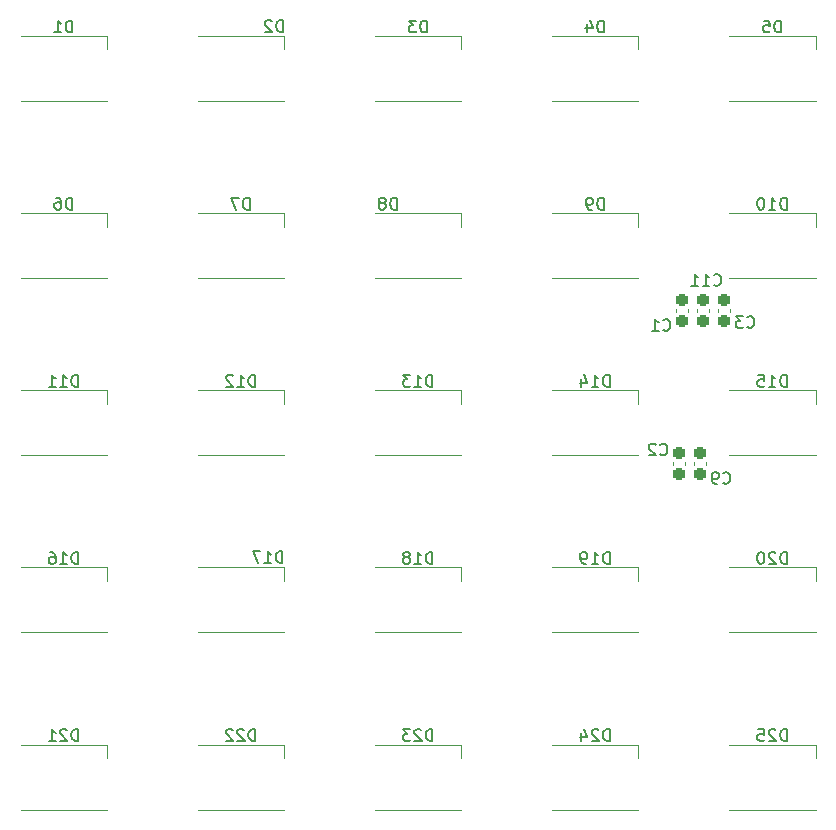
<source format=gbo>
G04 #@! TF.GenerationSoftware,KiCad,Pcbnew,(6.0.5)*
G04 #@! TF.CreationDate,2023-03-01T16:26:38-05:00*
G04 #@! TF.ProjectId,control_board,636f6e74-726f-46c5-9f62-6f6172642e6b,rev?*
G04 #@! TF.SameCoordinates,Original*
G04 #@! TF.FileFunction,Legend,Bot*
G04 #@! TF.FilePolarity,Positive*
%FSLAX46Y46*%
G04 Gerber Fmt 4.6, Leading zero omitted, Abs format (unit mm)*
G04 Created by KiCad (PCBNEW (6.0.5)) date 2023-03-01 16:26:38*
%MOMM*%
%LPD*%
G01*
G04 APERTURE LIST*
G04 Aperture macros list*
%AMRoundRect*
0 Rectangle with rounded corners*
0 $1 Rounding radius*
0 $2 $3 $4 $5 $6 $7 $8 $9 X,Y pos of 4 corners*
0 Add a 4 corners polygon primitive as box body*
4,1,4,$2,$3,$4,$5,$6,$7,$8,$9,$2,$3,0*
0 Add four circle primitives for the rounded corners*
1,1,$1+$1,$2,$3*
1,1,$1+$1,$4,$5*
1,1,$1+$1,$6,$7*
1,1,$1+$1,$8,$9*
0 Add four rect primitives between the rounded corners*
20,1,$1+$1,$2,$3,$4,$5,0*
20,1,$1+$1,$4,$5,$6,$7,0*
20,1,$1+$1,$6,$7,$8,$9,0*
20,1,$1+$1,$8,$9,$2,$3,0*%
G04 Aperture macros list end*
%ADD10C,0.150000*%
%ADD11C,0.120000*%
%ADD12C,2.100000*%
%ADD13R,1.700000X1.700000*%
%ADD14O,1.700000X1.700000*%
%ADD15C,0.500000*%
%ADD16O,0.900000X1.800000*%
%ADD17C,3.450000*%
%ADD18R,2.000000X2.000000*%
%ADD19C,2.000000*%
%ADD20C,1.500000*%
%ADD21R,1.500000X1.000000*%
%ADD22RoundRect,0.237500X0.237500X-0.300000X0.237500X0.300000X-0.237500X0.300000X-0.237500X-0.300000X0*%
%ADD23RoundRect,0.237500X-0.237500X0.300000X-0.237500X-0.300000X0.237500X-0.300000X0.237500X0.300000X0*%
G04 APERTURE END LIST*
D10*
X155914285Y-115852380D02*
X155914285Y-114852380D01*
X155676190Y-114852380D01*
X155533333Y-114900000D01*
X155438095Y-114995238D01*
X155390476Y-115090476D01*
X155342857Y-115280952D01*
X155342857Y-115423809D01*
X155390476Y-115614285D01*
X155438095Y-115709523D01*
X155533333Y-115804761D01*
X155676190Y-115852380D01*
X155914285Y-115852380D01*
X154961904Y-114947619D02*
X154914285Y-114900000D01*
X154819047Y-114852380D01*
X154580952Y-114852380D01*
X154485714Y-114900000D01*
X154438095Y-114947619D01*
X154390476Y-115042857D01*
X154390476Y-115138095D01*
X154438095Y-115280952D01*
X155009523Y-115852380D01*
X154390476Y-115852380D01*
X153533333Y-115185714D02*
X153533333Y-115852380D01*
X153771428Y-114804761D02*
X154009523Y-115519047D01*
X153390476Y-115519047D01*
X170914285Y-115852380D02*
X170914285Y-114852380D01*
X170676190Y-114852380D01*
X170533333Y-114900000D01*
X170438095Y-114995238D01*
X170390476Y-115090476D01*
X170342857Y-115280952D01*
X170342857Y-115423809D01*
X170390476Y-115614285D01*
X170438095Y-115709523D01*
X170533333Y-115804761D01*
X170676190Y-115852380D01*
X170914285Y-115852380D01*
X169961904Y-114947619D02*
X169914285Y-114900000D01*
X169819047Y-114852380D01*
X169580952Y-114852380D01*
X169485714Y-114900000D01*
X169438095Y-114947619D01*
X169390476Y-115042857D01*
X169390476Y-115138095D01*
X169438095Y-115280952D01*
X170009523Y-115852380D01*
X169390476Y-115852380D01*
X168485714Y-114852380D02*
X168961904Y-114852380D01*
X169009523Y-115328571D01*
X168961904Y-115280952D01*
X168866666Y-115233333D01*
X168628571Y-115233333D01*
X168533333Y-115280952D01*
X168485714Y-115328571D01*
X168438095Y-115423809D01*
X168438095Y-115661904D01*
X168485714Y-115757142D01*
X168533333Y-115804761D01*
X168628571Y-115852380D01*
X168866666Y-115852380D01*
X168961904Y-115804761D01*
X169009523Y-115757142D01*
X160448666Y-81028642D02*
X160496285Y-81076261D01*
X160639142Y-81123880D01*
X160734380Y-81123880D01*
X160877238Y-81076261D01*
X160972476Y-80981023D01*
X161020095Y-80885785D01*
X161067714Y-80695309D01*
X161067714Y-80552452D01*
X161020095Y-80361976D01*
X160972476Y-80266738D01*
X160877238Y-80171500D01*
X160734380Y-80123880D01*
X160639142Y-80123880D01*
X160496285Y-80171500D01*
X160448666Y-80219119D01*
X159496285Y-81123880D02*
X160067714Y-81123880D01*
X159782000Y-81123880D02*
X159782000Y-80123880D01*
X159877238Y-80266738D01*
X159972476Y-80361976D01*
X160067714Y-80409595D01*
X140438095Y-55852380D02*
X140438095Y-54852380D01*
X140200000Y-54852380D01*
X140057142Y-54900000D01*
X139961904Y-54995238D01*
X139914285Y-55090476D01*
X139866666Y-55280952D01*
X139866666Y-55423809D01*
X139914285Y-55614285D01*
X139961904Y-55709523D01*
X140057142Y-55804761D01*
X140200000Y-55852380D01*
X140438095Y-55852380D01*
X139533333Y-54852380D02*
X138914285Y-54852380D01*
X139247619Y-55233333D01*
X139104761Y-55233333D01*
X139009523Y-55280952D01*
X138961904Y-55328571D01*
X138914285Y-55423809D01*
X138914285Y-55661904D01*
X138961904Y-55757142D01*
X139009523Y-55804761D01*
X139104761Y-55852380D01*
X139390476Y-55852380D01*
X139485714Y-55804761D01*
X139533333Y-55757142D01*
X110438095Y-55852380D02*
X110438095Y-54852380D01*
X110200000Y-54852380D01*
X110057142Y-54900000D01*
X109961904Y-54995238D01*
X109914285Y-55090476D01*
X109866666Y-55280952D01*
X109866666Y-55423809D01*
X109914285Y-55614285D01*
X109961904Y-55709523D01*
X110057142Y-55804761D01*
X110200000Y-55852380D01*
X110438095Y-55852380D01*
X108914285Y-55852380D02*
X109485714Y-55852380D01*
X109200000Y-55852380D02*
X109200000Y-54852380D01*
X109295238Y-54995238D01*
X109390476Y-55090476D01*
X109485714Y-55138095D01*
X167560666Y-80774642D02*
X167608285Y-80822261D01*
X167751142Y-80869880D01*
X167846380Y-80869880D01*
X167989238Y-80822261D01*
X168084476Y-80727023D01*
X168132095Y-80631785D01*
X168179714Y-80441309D01*
X168179714Y-80298452D01*
X168132095Y-80107976D01*
X168084476Y-80012738D01*
X167989238Y-79917500D01*
X167846380Y-79869880D01*
X167751142Y-79869880D01*
X167608285Y-79917500D01*
X167560666Y-79965119D01*
X167227333Y-79869880D02*
X166608285Y-79869880D01*
X166941619Y-80250833D01*
X166798761Y-80250833D01*
X166703523Y-80298452D01*
X166655904Y-80346071D01*
X166608285Y-80441309D01*
X166608285Y-80679404D01*
X166655904Y-80774642D01*
X166703523Y-80822261D01*
X166798761Y-80869880D01*
X167084476Y-80869880D01*
X167179714Y-80822261D01*
X167227333Y-80774642D01*
X155914285Y-85852380D02*
X155914285Y-84852380D01*
X155676190Y-84852380D01*
X155533333Y-84900000D01*
X155438095Y-84995238D01*
X155390476Y-85090476D01*
X155342857Y-85280952D01*
X155342857Y-85423809D01*
X155390476Y-85614285D01*
X155438095Y-85709523D01*
X155533333Y-85804761D01*
X155676190Y-85852380D01*
X155914285Y-85852380D01*
X154390476Y-85852380D02*
X154961904Y-85852380D01*
X154676190Y-85852380D02*
X154676190Y-84852380D01*
X154771428Y-84995238D01*
X154866666Y-85090476D01*
X154961904Y-85138095D01*
X153533333Y-85185714D02*
X153533333Y-85852380D01*
X153771428Y-84804761D02*
X154009523Y-85519047D01*
X153390476Y-85519047D01*
X140914285Y-85852380D02*
X140914285Y-84852380D01*
X140676190Y-84852380D01*
X140533333Y-84900000D01*
X140438095Y-84995238D01*
X140390476Y-85090476D01*
X140342857Y-85280952D01*
X140342857Y-85423809D01*
X140390476Y-85614285D01*
X140438095Y-85709523D01*
X140533333Y-85804761D01*
X140676190Y-85852380D01*
X140914285Y-85852380D01*
X139390476Y-85852380D02*
X139961904Y-85852380D01*
X139676190Y-85852380D02*
X139676190Y-84852380D01*
X139771428Y-84995238D01*
X139866666Y-85090476D01*
X139961904Y-85138095D01*
X139057142Y-84852380D02*
X138438095Y-84852380D01*
X138771428Y-85233333D01*
X138628571Y-85233333D01*
X138533333Y-85280952D01*
X138485714Y-85328571D01*
X138438095Y-85423809D01*
X138438095Y-85661904D01*
X138485714Y-85757142D01*
X138533333Y-85804761D01*
X138628571Y-85852380D01*
X138914285Y-85852380D01*
X139009523Y-85804761D01*
X139057142Y-85757142D01*
X165520666Y-93984642D02*
X165568285Y-94032261D01*
X165711142Y-94079880D01*
X165806380Y-94079880D01*
X165949238Y-94032261D01*
X166044476Y-93937023D01*
X166092095Y-93841785D01*
X166139714Y-93651309D01*
X166139714Y-93508452D01*
X166092095Y-93317976D01*
X166044476Y-93222738D01*
X165949238Y-93127500D01*
X165806380Y-93079880D01*
X165711142Y-93079880D01*
X165568285Y-93127500D01*
X165520666Y-93175119D01*
X165044476Y-94079880D02*
X164854000Y-94079880D01*
X164758761Y-94032261D01*
X164711142Y-93984642D01*
X164615904Y-93841785D01*
X164568285Y-93651309D01*
X164568285Y-93270357D01*
X164615904Y-93175119D01*
X164663523Y-93127500D01*
X164758761Y-93079880D01*
X164949238Y-93079880D01*
X165044476Y-93127500D01*
X165092095Y-93175119D01*
X165139714Y-93270357D01*
X165139714Y-93508452D01*
X165092095Y-93603690D01*
X165044476Y-93651309D01*
X164949238Y-93698928D01*
X164758761Y-93698928D01*
X164663523Y-93651309D01*
X164615904Y-93603690D01*
X164568285Y-93508452D01*
X125438095Y-70852380D02*
X125438095Y-69852380D01*
X125200000Y-69852380D01*
X125057142Y-69900000D01*
X124961904Y-69995238D01*
X124914285Y-70090476D01*
X124866666Y-70280952D01*
X124866666Y-70423809D01*
X124914285Y-70614285D01*
X124961904Y-70709523D01*
X125057142Y-70804761D01*
X125200000Y-70852380D01*
X125438095Y-70852380D01*
X124533333Y-69852380D02*
X123866666Y-69852380D01*
X124295238Y-70852380D01*
X155438095Y-70852380D02*
X155438095Y-69852380D01*
X155200000Y-69852380D01*
X155057142Y-69900000D01*
X154961904Y-69995238D01*
X154914285Y-70090476D01*
X154866666Y-70280952D01*
X154866666Y-70423809D01*
X154914285Y-70614285D01*
X154961904Y-70709523D01*
X155057142Y-70804761D01*
X155200000Y-70852380D01*
X155438095Y-70852380D01*
X154390476Y-70852380D02*
X154200000Y-70852380D01*
X154104761Y-70804761D01*
X154057142Y-70757142D01*
X153961904Y-70614285D01*
X153914285Y-70423809D01*
X153914285Y-70042857D01*
X153961904Y-69947619D01*
X154009523Y-69900000D01*
X154104761Y-69852380D01*
X154295238Y-69852380D01*
X154390476Y-69900000D01*
X154438095Y-69947619D01*
X154485714Y-70042857D01*
X154485714Y-70280952D01*
X154438095Y-70376190D01*
X154390476Y-70423809D01*
X154295238Y-70471428D01*
X154104761Y-70471428D01*
X154009523Y-70423809D01*
X153961904Y-70376190D01*
X153914285Y-70280952D01*
X170914285Y-85852380D02*
X170914285Y-84852380D01*
X170676190Y-84852380D01*
X170533333Y-84900000D01*
X170438095Y-84995238D01*
X170390476Y-85090476D01*
X170342857Y-85280952D01*
X170342857Y-85423809D01*
X170390476Y-85614285D01*
X170438095Y-85709523D01*
X170533333Y-85804761D01*
X170676190Y-85852380D01*
X170914285Y-85852380D01*
X169390476Y-85852380D02*
X169961904Y-85852380D01*
X169676190Y-85852380D02*
X169676190Y-84852380D01*
X169771428Y-84995238D01*
X169866666Y-85090476D01*
X169961904Y-85138095D01*
X168485714Y-84852380D02*
X168961904Y-84852380D01*
X169009523Y-85328571D01*
X168961904Y-85280952D01*
X168866666Y-85233333D01*
X168628571Y-85233333D01*
X168533333Y-85280952D01*
X168485714Y-85328571D01*
X168438095Y-85423809D01*
X168438095Y-85661904D01*
X168485714Y-85757142D01*
X168533333Y-85804761D01*
X168628571Y-85852380D01*
X168866666Y-85852380D01*
X168961904Y-85804761D01*
X169009523Y-85757142D01*
X110914285Y-100852380D02*
X110914285Y-99852380D01*
X110676190Y-99852380D01*
X110533333Y-99900000D01*
X110438095Y-99995238D01*
X110390476Y-100090476D01*
X110342857Y-100280952D01*
X110342857Y-100423809D01*
X110390476Y-100614285D01*
X110438095Y-100709523D01*
X110533333Y-100804761D01*
X110676190Y-100852380D01*
X110914285Y-100852380D01*
X109390476Y-100852380D02*
X109961904Y-100852380D01*
X109676190Y-100852380D02*
X109676190Y-99852380D01*
X109771428Y-99995238D01*
X109866666Y-100090476D01*
X109961904Y-100138095D01*
X108533333Y-99852380D02*
X108723809Y-99852380D01*
X108819047Y-99900000D01*
X108866666Y-99947619D01*
X108961904Y-100090476D01*
X109009523Y-100280952D01*
X109009523Y-100661904D01*
X108961904Y-100757142D01*
X108914285Y-100804761D01*
X108819047Y-100852380D01*
X108628571Y-100852380D01*
X108533333Y-100804761D01*
X108485714Y-100757142D01*
X108438095Y-100661904D01*
X108438095Y-100423809D01*
X108485714Y-100328571D01*
X108533333Y-100280952D01*
X108628571Y-100233333D01*
X108819047Y-100233333D01*
X108914285Y-100280952D01*
X108961904Y-100328571D01*
X109009523Y-100423809D01*
X140914285Y-115852380D02*
X140914285Y-114852380D01*
X140676190Y-114852380D01*
X140533333Y-114900000D01*
X140438095Y-114995238D01*
X140390476Y-115090476D01*
X140342857Y-115280952D01*
X140342857Y-115423809D01*
X140390476Y-115614285D01*
X140438095Y-115709523D01*
X140533333Y-115804761D01*
X140676190Y-115852380D01*
X140914285Y-115852380D01*
X139961904Y-114947619D02*
X139914285Y-114900000D01*
X139819047Y-114852380D01*
X139580952Y-114852380D01*
X139485714Y-114900000D01*
X139438095Y-114947619D01*
X139390476Y-115042857D01*
X139390476Y-115138095D01*
X139438095Y-115280952D01*
X140009523Y-115852380D01*
X139390476Y-115852380D01*
X139057142Y-114852380D02*
X138438095Y-114852380D01*
X138771428Y-115233333D01*
X138628571Y-115233333D01*
X138533333Y-115280952D01*
X138485714Y-115328571D01*
X138438095Y-115423809D01*
X138438095Y-115661904D01*
X138485714Y-115757142D01*
X138533333Y-115804761D01*
X138628571Y-115852380D01*
X138914285Y-115852380D01*
X139009523Y-115804761D01*
X139057142Y-115757142D01*
X155438095Y-55852380D02*
X155438095Y-54852380D01*
X155200000Y-54852380D01*
X155057142Y-54900000D01*
X154961904Y-54995238D01*
X154914285Y-55090476D01*
X154866666Y-55280952D01*
X154866666Y-55423809D01*
X154914285Y-55614285D01*
X154961904Y-55709523D01*
X155057142Y-55804761D01*
X155200000Y-55852380D01*
X155438095Y-55852380D01*
X154009523Y-55185714D02*
X154009523Y-55852380D01*
X154247619Y-54804761D02*
X154485714Y-55519047D01*
X153866666Y-55519047D01*
X170438095Y-55852380D02*
X170438095Y-54852380D01*
X170200000Y-54852380D01*
X170057142Y-54900000D01*
X169961904Y-54995238D01*
X169914285Y-55090476D01*
X169866666Y-55280952D01*
X169866666Y-55423809D01*
X169914285Y-55614285D01*
X169961904Y-55709523D01*
X170057142Y-55804761D01*
X170200000Y-55852380D01*
X170438095Y-55852380D01*
X168961904Y-54852380D02*
X169438095Y-54852380D01*
X169485714Y-55328571D01*
X169438095Y-55280952D01*
X169342857Y-55233333D01*
X169104761Y-55233333D01*
X169009523Y-55280952D01*
X168961904Y-55328571D01*
X168914285Y-55423809D01*
X168914285Y-55661904D01*
X168961904Y-55757142D01*
X169009523Y-55804761D01*
X169104761Y-55852380D01*
X169342857Y-55852380D01*
X169438095Y-55804761D01*
X169485714Y-55757142D01*
X140914285Y-100852380D02*
X140914285Y-99852380D01*
X140676190Y-99852380D01*
X140533333Y-99900000D01*
X140438095Y-99995238D01*
X140390476Y-100090476D01*
X140342857Y-100280952D01*
X140342857Y-100423809D01*
X140390476Y-100614285D01*
X140438095Y-100709523D01*
X140533333Y-100804761D01*
X140676190Y-100852380D01*
X140914285Y-100852380D01*
X139390476Y-100852380D02*
X139961904Y-100852380D01*
X139676190Y-100852380D02*
X139676190Y-99852380D01*
X139771428Y-99995238D01*
X139866666Y-100090476D01*
X139961904Y-100138095D01*
X138819047Y-100280952D02*
X138914285Y-100233333D01*
X138961904Y-100185714D01*
X139009523Y-100090476D01*
X139009523Y-100042857D01*
X138961904Y-99947619D01*
X138914285Y-99900000D01*
X138819047Y-99852380D01*
X138628571Y-99852380D01*
X138533333Y-99900000D01*
X138485714Y-99947619D01*
X138438095Y-100042857D01*
X138438095Y-100090476D01*
X138485714Y-100185714D01*
X138533333Y-100233333D01*
X138628571Y-100280952D01*
X138819047Y-100280952D01*
X138914285Y-100328571D01*
X138961904Y-100376190D01*
X139009523Y-100471428D01*
X139009523Y-100661904D01*
X138961904Y-100757142D01*
X138914285Y-100804761D01*
X138819047Y-100852380D01*
X138628571Y-100852380D01*
X138533333Y-100804761D01*
X138485714Y-100757142D01*
X138438095Y-100661904D01*
X138438095Y-100471428D01*
X138485714Y-100376190D01*
X138533333Y-100328571D01*
X138628571Y-100280952D01*
X170914285Y-70852380D02*
X170914285Y-69852380D01*
X170676190Y-69852380D01*
X170533333Y-69900000D01*
X170438095Y-69995238D01*
X170390476Y-70090476D01*
X170342857Y-70280952D01*
X170342857Y-70423809D01*
X170390476Y-70614285D01*
X170438095Y-70709523D01*
X170533333Y-70804761D01*
X170676190Y-70852380D01*
X170914285Y-70852380D01*
X169390476Y-70852380D02*
X169961904Y-70852380D01*
X169676190Y-70852380D02*
X169676190Y-69852380D01*
X169771428Y-69995238D01*
X169866666Y-70090476D01*
X169961904Y-70138095D01*
X168771428Y-69852380D02*
X168676190Y-69852380D01*
X168580952Y-69900000D01*
X168533333Y-69947619D01*
X168485714Y-70042857D01*
X168438095Y-70233333D01*
X168438095Y-70471428D01*
X168485714Y-70661904D01*
X168533333Y-70757142D01*
X168580952Y-70804761D01*
X168676190Y-70852380D01*
X168771428Y-70852380D01*
X168866666Y-70804761D01*
X168914285Y-70757142D01*
X168961904Y-70661904D01*
X169009523Y-70471428D01*
X169009523Y-70233333D01*
X168961904Y-70042857D01*
X168914285Y-69947619D01*
X168866666Y-69900000D01*
X168771428Y-69852380D01*
X170914285Y-100852380D02*
X170914285Y-99852380D01*
X170676190Y-99852380D01*
X170533333Y-99900000D01*
X170438095Y-99995238D01*
X170390476Y-100090476D01*
X170342857Y-100280952D01*
X170342857Y-100423809D01*
X170390476Y-100614285D01*
X170438095Y-100709523D01*
X170533333Y-100804761D01*
X170676190Y-100852380D01*
X170914285Y-100852380D01*
X169961904Y-99947619D02*
X169914285Y-99900000D01*
X169819047Y-99852380D01*
X169580952Y-99852380D01*
X169485714Y-99900000D01*
X169438095Y-99947619D01*
X169390476Y-100042857D01*
X169390476Y-100138095D01*
X169438095Y-100280952D01*
X170009523Y-100852380D01*
X169390476Y-100852380D01*
X168771428Y-99852380D02*
X168676190Y-99852380D01*
X168580952Y-99900000D01*
X168533333Y-99947619D01*
X168485714Y-100042857D01*
X168438095Y-100233333D01*
X168438095Y-100471428D01*
X168485714Y-100661904D01*
X168533333Y-100757142D01*
X168580952Y-100804761D01*
X168676190Y-100852380D01*
X168771428Y-100852380D01*
X168866666Y-100804761D01*
X168914285Y-100757142D01*
X168961904Y-100661904D01*
X169009523Y-100471428D01*
X169009523Y-100233333D01*
X168961904Y-100042857D01*
X168914285Y-99947619D01*
X168866666Y-99900000D01*
X168771428Y-99852380D01*
X137898095Y-70852380D02*
X137898095Y-69852380D01*
X137660000Y-69852380D01*
X137517142Y-69900000D01*
X137421904Y-69995238D01*
X137374285Y-70090476D01*
X137326666Y-70280952D01*
X137326666Y-70423809D01*
X137374285Y-70614285D01*
X137421904Y-70709523D01*
X137517142Y-70804761D01*
X137660000Y-70852380D01*
X137898095Y-70852380D01*
X136755238Y-70280952D02*
X136850476Y-70233333D01*
X136898095Y-70185714D01*
X136945714Y-70090476D01*
X136945714Y-70042857D01*
X136898095Y-69947619D01*
X136850476Y-69900000D01*
X136755238Y-69852380D01*
X136564761Y-69852380D01*
X136469523Y-69900000D01*
X136421904Y-69947619D01*
X136374285Y-70042857D01*
X136374285Y-70090476D01*
X136421904Y-70185714D01*
X136469523Y-70233333D01*
X136564761Y-70280952D01*
X136755238Y-70280952D01*
X136850476Y-70328571D01*
X136898095Y-70376190D01*
X136945714Y-70471428D01*
X136945714Y-70661904D01*
X136898095Y-70757142D01*
X136850476Y-70804761D01*
X136755238Y-70852380D01*
X136564761Y-70852380D01*
X136469523Y-70804761D01*
X136421904Y-70757142D01*
X136374285Y-70661904D01*
X136374285Y-70471428D01*
X136421904Y-70376190D01*
X136469523Y-70328571D01*
X136564761Y-70280952D01*
X128214285Y-100782380D02*
X128214285Y-99782380D01*
X127976190Y-99782380D01*
X127833333Y-99830000D01*
X127738095Y-99925238D01*
X127690476Y-100020476D01*
X127642857Y-100210952D01*
X127642857Y-100353809D01*
X127690476Y-100544285D01*
X127738095Y-100639523D01*
X127833333Y-100734761D01*
X127976190Y-100782380D01*
X128214285Y-100782380D01*
X126690476Y-100782380D02*
X127261904Y-100782380D01*
X126976190Y-100782380D02*
X126976190Y-99782380D01*
X127071428Y-99925238D01*
X127166666Y-100020476D01*
X127261904Y-100068095D01*
X126357142Y-99782380D02*
X125690476Y-99782380D01*
X126119047Y-100782380D01*
X128246095Y-55824380D02*
X128246095Y-54824380D01*
X128008000Y-54824380D01*
X127865142Y-54872000D01*
X127769904Y-54967238D01*
X127722285Y-55062476D01*
X127674666Y-55252952D01*
X127674666Y-55395809D01*
X127722285Y-55586285D01*
X127769904Y-55681523D01*
X127865142Y-55776761D01*
X128008000Y-55824380D01*
X128246095Y-55824380D01*
X127293714Y-54919619D02*
X127246095Y-54872000D01*
X127150857Y-54824380D01*
X126912761Y-54824380D01*
X126817523Y-54872000D01*
X126769904Y-54919619D01*
X126722285Y-55014857D01*
X126722285Y-55110095D01*
X126769904Y-55252952D01*
X127341333Y-55824380D01*
X126722285Y-55824380D01*
X160186666Y-91570642D02*
X160234285Y-91618261D01*
X160377142Y-91665880D01*
X160472380Y-91665880D01*
X160615238Y-91618261D01*
X160710476Y-91523023D01*
X160758095Y-91427785D01*
X160805714Y-91237309D01*
X160805714Y-91094452D01*
X160758095Y-90903976D01*
X160710476Y-90808738D01*
X160615238Y-90713500D01*
X160472380Y-90665880D01*
X160377142Y-90665880D01*
X160234285Y-90713500D01*
X160186666Y-90761119D01*
X159805714Y-90761119D02*
X159758095Y-90713500D01*
X159662857Y-90665880D01*
X159424761Y-90665880D01*
X159329523Y-90713500D01*
X159281904Y-90761119D01*
X159234285Y-90856357D01*
X159234285Y-90951595D01*
X159281904Y-91094452D01*
X159853333Y-91665880D01*
X159234285Y-91665880D01*
X110914285Y-115852380D02*
X110914285Y-114852380D01*
X110676190Y-114852380D01*
X110533333Y-114900000D01*
X110438095Y-114995238D01*
X110390476Y-115090476D01*
X110342857Y-115280952D01*
X110342857Y-115423809D01*
X110390476Y-115614285D01*
X110438095Y-115709523D01*
X110533333Y-115804761D01*
X110676190Y-115852380D01*
X110914285Y-115852380D01*
X109961904Y-114947619D02*
X109914285Y-114900000D01*
X109819047Y-114852380D01*
X109580952Y-114852380D01*
X109485714Y-114900000D01*
X109438095Y-114947619D01*
X109390476Y-115042857D01*
X109390476Y-115138095D01*
X109438095Y-115280952D01*
X110009523Y-115852380D01*
X109390476Y-115852380D01*
X108438095Y-115852380D02*
X109009523Y-115852380D01*
X108723809Y-115852380D02*
X108723809Y-114852380D01*
X108819047Y-114995238D01*
X108914285Y-115090476D01*
X109009523Y-115138095D01*
X155914285Y-100852380D02*
X155914285Y-99852380D01*
X155676190Y-99852380D01*
X155533333Y-99900000D01*
X155438095Y-99995238D01*
X155390476Y-100090476D01*
X155342857Y-100280952D01*
X155342857Y-100423809D01*
X155390476Y-100614285D01*
X155438095Y-100709523D01*
X155533333Y-100804761D01*
X155676190Y-100852380D01*
X155914285Y-100852380D01*
X154390476Y-100852380D02*
X154961904Y-100852380D01*
X154676190Y-100852380D02*
X154676190Y-99852380D01*
X154771428Y-99995238D01*
X154866666Y-100090476D01*
X154961904Y-100138095D01*
X153914285Y-100852380D02*
X153723809Y-100852380D01*
X153628571Y-100804761D01*
X153580952Y-100757142D01*
X153485714Y-100614285D01*
X153438095Y-100423809D01*
X153438095Y-100042857D01*
X153485714Y-99947619D01*
X153533333Y-99900000D01*
X153628571Y-99852380D01*
X153819047Y-99852380D01*
X153914285Y-99900000D01*
X153961904Y-99947619D01*
X154009523Y-100042857D01*
X154009523Y-100280952D01*
X153961904Y-100376190D01*
X153914285Y-100423809D01*
X153819047Y-100471428D01*
X153628571Y-100471428D01*
X153533333Y-100423809D01*
X153485714Y-100376190D01*
X153438095Y-100280952D01*
X110914285Y-85852380D02*
X110914285Y-84852380D01*
X110676190Y-84852380D01*
X110533333Y-84900000D01*
X110438095Y-84995238D01*
X110390476Y-85090476D01*
X110342857Y-85280952D01*
X110342857Y-85423809D01*
X110390476Y-85614285D01*
X110438095Y-85709523D01*
X110533333Y-85804761D01*
X110676190Y-85852380D01*
X110914285Y-85852380D01*
X109390476Y-85852380D02*
X109961904Y-85852380D01*
X109676190Y-85852380D02*
X109676190Y-84852380D01*
X109771428Y-84995238D01*
X109866666Y-85090476D01*
X109961904Y-85138095D01*
X108438095Y-85852380D02*
X109009523Y-85852380D01*
X108723809Y-85852380D02*
X108723809Y-84852380D01*
X108819047Y-84995238D01*
X108914285Y-85090476D01*
X109009523Y-85138095D01*
X125914285Y-85852380D02*
X125914285Y-84852380D01*
X125676190Y-84852380D01*
X125533333Y-84900000D01*
X125438095Y-84995238D01*
X125390476Y-85090476D01*
X125342857Y-85280952D01*
X125342857Y-85423809D01*
X125390476Y-85614285D01*
X125438095Y-85709523D01*
X125533333Y-85804761D01*
X125676190Y-85852380D01*
X125914285Y-85852380D01*
X124390476Y-85852380D02*
X124961904Y-85852380D01*
X124676190Y-85852380D02*
X124676190Y-84852380D01*
X124771428Y-84995238D01*
X124866666Y-85090476D01*
X124961904Y-85138095D01*
X124009523Y-84947619D02*
X123961904Y-84900000D01*
X123866666Y-84852380D01*
X123628571Y-84852380D01*
X123533333Y-84900000D01*
X123485714Y-84947619D01*
X123438095Y-85042857D01*
X123438095Y-85138095D01*
X123485714Y-85280952D01*
X124057142Y-85852380D01*
X123438095Y-85852380D01*
X164734857Y-77218642D02*
X164782476Y-77266261D01*
X164925333Y-77313880D01*
X165020571Y-77313880D01*
X165163428Y-77266261D01*
X165258666Y-77171023D01*
X165306285Y-77075785D01*
X165353904Y-76885309D01*
X165353904Y-76742452D01*
X165306285Y-76551976D01*
X165258666Y-76456738D01*
X165163428Y-76361500D01*
X165020571Y-76313880D01*
X164925333Y-76313880D01*
X164782476Y-76361500D01*
X164734857Y-76409119D01*
X163782476Y-77313880D02*
X164353904Y-77313880D01*
X164068190Y-77313880D02*
X164068190Y-76313880D01*
X164163428Y-76456738D01*
X164258666Y-76551976D01*
X164353904Y-76599595D01*
X162830095Y-77313880D02*
X163401523Y-77313880D01*
X163115809Y-77313880D02*
X163115809Y-76313880D01*
X163211047Y-76456738D01*
X163306285Y-76551976D01*
X163401523Y-76599595D01*
X110438095Y-70852380D02*
X110438095Y-69852380D01*
X110200000Y-69852380D01*
X110057142Y-69900000D01*
X109961904Y-69995238D01*
X109914285Y-70090476D01*
X109866666Y-70280952D01*
X109866666Y-70423809D01*
X109914285Y-70614285D01*
X109961904Y-70709523D01*
X110057142Y-70804761D01*
X110200000Y-70852380D01*
X110438095Y-70852380D01*
X109009523Y-69852380D02*
X109200000Y-69852380D01*
X109295238Y-69900000D01*
X109342857Y-69947619D01*
X109438095Y-70090476D01*
X109485714Y-70280952D01*
X109485714Y-70661904D01*
X109438095Y-70757142D01*
X109390476Y-70804761D01*
X109295238Y-70852380D01*
X109104761Y-70852380D01*
X109009523Y-70804761D01*
X108961904Y-70757142D01*
X108914285Y-70661904D01*
X108914285Y-70423809D01*
X108961904Y-70328571D01*
X109009523Y-70280952D01*
X109104761Y-70233333D01*
X109295238Y-70233333D01*
X109390476Y-70280952D01*
X109438095Y-70328571D01*
X109485714Y-70423809D01*
X125914285Y-115852380D02*
X125914285Y-114852380D01*
X125676190Y-114852380D01*
X125533333Y-114900000D01*
X125438095Y-114995238D01*
X125390476Y-115090476D01*
X125342857Y-115280952D01*
X125342857Y-115423809D01*
X125390476Y-115614285D01*
X125438095Y-115709523D01*
X125533333Y-115804761D01*
X125676190Y-115852380D01*
X125914285Y-115852380D01*
X124961904Y-114947619D02*
X124914285Y-114900000D01*
X124819047Y-114852380D01*
X124580952Y-114852380D01*
X124485714Y-114900000D01*
X124438095Y-114947619D01*
X124390476Y-115042857D01*
X124390476Y-115138095D01*
X124438095Y-115280952D01*
X125009523Y-115852380D01*
X124390476Y-115852380D01*
X124009523Y-114947619D02*
X123961904Y-114900000D01*
X123866666Y-114852380D01*
X123628571Y-114852380D01*
X123533333Y-114900000D01*
X123485714Y-114947619D01*
X123438095Y-115042857D01*
X123438095Y-115138095D01*
X123485714Y-115280952D01*
X124057142Y-115852380D01*
X123438095Y-115852380D01*
D11*
X158350000Y-117300000D02*
X158350000Y-116150000D01*
X158350000Y-116150000D02*
X151050000Y-116150000D01*
X158350000Y-121650000D02*
X151050000Y-121650000D01*
X173350000Y-121650000D02*
X166050000Y-121650000D01*
X173350000Y-117300000D02*
X173350000Y-116150000D01*
X173350000Y-116150000D02*
X166050000Y-116150000D01*
X162570000Y-79547767D02*
X162570000Y-79255233D01*
X161550000Y-79547767D02*
X161550000Y-79255233D01*
X143350000Y-61650000D02*
X136050000Y-61650000D01*
X143350000Y-57300000D02*
X143350000Y-56150000D01*
X143350000Y-56150000D02*
X136050000Y-56150000D01*
X113350000Y-57300000D02*
X113350000Y-56150000D01*
X113350000Y-56150000D02*
X106050000Y-56150000D01*
X113350000Y-61650000D02*
X106050000Y-61650000D01*
X166126000Y-79547767D02*
X166126000Y-79255233D01*
X165106000Y-79547767D02*
X165106000Y-79255233D01*
X158350000Y-87300000D02*
X158350000Y-86150000D01*
X158350000Y-86150000D02*
X151050000Y-86150000D01*
X158350000Y-91650000D02*
X151050000Y-91650000D01*
X143350000Y-86150000D02*
X136050000Y-86150000D01*
X143350000Y-91650000D02*
X136050000Y-91650000D01*
X143350000Y-87300000D02*
X143350000Y-86150000D01*
X161296000Y-92209233D02*
X161296000Y-92501767D01*
X162316000Y-92209233D02*
X162316000Y-92501767D01*
X128350000Y-76650000D02*
X121050000Y-76650000D01*
X128350000Y-71150000D02*
X121050000Y-71150000D01*
X128350000Y-72300000D02*
X128350000Y-71150000D01*
X158350000Y-71150000D02*
X151050000Y-71150000D01*
X158350000Y-76650000D02*
X151050000Y-76650000D01*
X158350000Y-72300000D02*
X158350000Y-71150000D01*
X173350000Y-87300000D02*
X173350000Y-86150000D01*
X173350000Y-91650000D02*
X166050000Y-91650000D01*
X173350000Y-86150000D02*
X166050000Y-86150000D01*
X113350000Y-101150000D02*
X106050000Y-101150000D01*
X113350000Y-106650000D02*
X106050000Y-106650000D01*
X113350000Y-102300000D02*
X113350000Y-101150000D01*
X143350000Y-116150000D02*
X136050000Y-116150000D01*
X143350000Y-117300000D02*
X143350000Y-116150000D01*
X143350000Y-121650000D02*
X136050000Y-121650000D01*
X158350000Y-57300000D02*
X158350000Y-56150000D01*
X158350000Y-56150000D02*
X151050000Y-56150000D01*
X158350000Y-61650000D02*
X151050000Y-61650000D01*
X173350000Y-61650000D02*
X166050000Y-61650000D01*
X173350000Y-57300000D02*
X173350000Y-56150000D01*
X173350000Y-56150000D02*
X166050000Y-56150000D01*
X143350000Y-101150000D02*
X136050000Y-101150000D01*
X143350000Y-102300000D02*
X143350000Y-101150000D01*
X143350000Y-106650000D02*
X136050000Y-106650000D01*
X173350000Y-76650000D02*
X166050000Y-76650000D01*
X173350000Y-71150000D02*
X166050000Y-71150000D01*
X173350000Y-72300000D02*
X173350000Y-71150000D01*
X173350000Y-106650000D02*
X166050000Y-106650000D01*
X173350000Y-101150000D02*
X166050000Y-101150000D01*
X173350000Y-102300000D02*
X173350000Y-101150000D01*
X143350000Y-72300000D02*
X143350000Y-71150000D01*
X143350000Y-71150000D02*
X136050000Y-71150000D01*
X143350000Y-76650000D02*
X136050000Y-76650000D01*
X128350000Y-102300000D02*
X128350000Y-101150000D01*
X128350000Y-106650000D02*
X121050000Y-106650000D01*
X128350000Y-101150000D02*
X121050000Y-101150000D01*
X128350000Y-61650000D02*
X121050000Y-61650000D01*
X128350000Y-56150000D02*
X121050000Y-56150000D01*
X128350000Y-57300000D02*
X128350000Y-56150000D01*
X163066000Y-92209233D02*
X163066000Y-92501767D01*
X164086000Y-92209233D02*
X164086000Y-92501767D01*
X113350000Y-121650000D02*
X106050000Y-121650000D01*
X113350000Y-117300000D02*
X113350000Y-116150000D01*
X113350000Y-116150000D02*
X106050000Y-116150000D01*
X158350000Y-106650000D02*
X151050000Y-106650000D01*
X158350000Y-102300000D02*
X158350000Y-101150000D01*
X158350000Y-101150000D02*
X151050000Y-101150000D01*
X113350000Y-87300000D02*
X113350000Y-86150000D01*
X113350000Y-86150000D02*
X106050000Y-86150000D01*
X113350000Y-91650000D02*
X106050000Y-91650000D01*
X128350000Y-91650000D02*
X121050000Y-91650000D01*
X128350000Y-86150000D02*
X121050000Y-86150000D01*
X128350000Y-87300000D02*
X128350000Y-86150000D01*
X164348000Y-79547767D02*
X164348000Y-79255233D01*
X163328000Y-79547767D02*
X163328000Y-79255233D01*
X113350000Y-76650000D02*
X106050000Y-76650000D01*
X113350000Y-71150000D02*
X106050000Y-71150000D01*
X113350000Y-72300000D02*
X113350000Y-71150000D01*
X128350000Y-116150000D02*
X121050000Y-116150000D01*
X128350000Y-121650000D02*
X121050000Y-121650000D01*
X128350000Y-117300000D02*
X128350000Y-116150000D01*
%LPC*%
D12*
X174752000Y-123952000D03*
X104648000Y-123952000D03*
X174752000Y-53848000D03*
X104648000Y-53848000D03*
D13*
X161925000Y-124460000D03*
D14*
X159385000Y-124460000D03*
X156845000Y-124460000D03*
X154305000Y-124460000D03*
D15*
X164318250Y-52324000D03*
X170918250Y-52324000D03*
D16*
X164318250Y-52324000D03*
X170918250Y-52324000D03*
D17*
X162030000Y-107760000D03*
D18*
X123420000Y-99060000D03*
D19*
X123420000Y-111760000D03*
D14*
X125365000Y-124460000D03*
D13*
X122825000Y-124460000D03*
D14*
X120285000Y-124460000D03*
X146685000Y-124460000D03*
X144145000Y-124460000D03*
X141605000Y-124460000D03*
X139065000Y-124460000D03*
X136525000Y-124460000D03*
X133985000Y-124460000D03*
D20*
X123347000Y-77650000D03*
X123347000Y-82550000D03*
D13*
X109479000Y-64008000D03*
D14*
X106939000Y-64008000D03*
D21*
X157150000Y-117300000D03*
X157150000Y-118900000D03*
X157150000Y-120500000D03*
X152250000Y-120500000D03*
X152250000Y-118900000D03*
X152250000Y-117300000D03*
X172150000Y-117300000D03*
X172150000Y-118900000D03*
X172150000Y-120500000D03*
X167250000Y-120500000D03*
X167250000Y-118900000D03*
X167250000Y-117300000D03*
D22*
X162060000Y-80264000D03*
X162060000Y-78539000D03*
D21*
X142150000Y-57300000D03*
X142150000Y-58900000D03*
X142150000Y-60500000D03*
X137250000Y-60500000D03*
X137250000Y-58900000D03*
X137250000Y-57300000D03*
X112150000Y-57300000D03*
X112150000Y-58900000D03*
X112150000Y-60500000D03*
X107250000Y-60500000D03*
X107250000Y-58900000D03*
X107250000Y-57300000D03*
D22*
X165616000Y-80264000D03*
X165616000Y-78539000D03*
D21*
X157150000Y-87300000D03*
X157150000Y-88900000D03*
X157150000Y-90500000D03*
X152250000Y-90500000D03*
X152250000Y-88900000D03*
X152250000Y-87300000D03*
X142150000Y-87300000D03*
X142150000Y-88900000D03*
X142150000Y-90500000D03*
X137250000Y-90500000D03*
X137250000Y-88900000D03*
X137250000Y-87300000D03*
D23*
X161806000Y-91493000D03*
X161806000Y-93218000D03*
D21*
X127150000Y-72300000D03*
X127150000Y-73900000D03*
X127150000Y-75500000D03*
X122250000Y-75500000D03*
X122250000Y-73900000D03*
X122250000Y-72300000D03*
X157150000Y-72300000D03*
X157150000Y-73900000D03*
X157150000Y-75500000D03*
X152250000Y-75500000D03*
X152250000Y-73900000D03*
X152250000Y-72300000D03*
X172150000Y-87300000D03*
X172150000Y-88900000D03*
X172150000Y-90500000D03*
X167250000Y-90500000D03*
X167250000Y-88900000D03*
X167250000Y-87300000D03*
X112150000Y-102300000D03*
X112150000Y-103900000D03*
X112150000Y-105500000D03*
X107250000Y-105500000D03*
X107250000Y-103900000D03*
X107250000Y-102300000D03*
X142150000Y-117300000D03*
X142150000Y-118900000D03*
X142150000Y-120500000D03*
X137250000Y-120500000D03*
X137250000Y-118900000D03*
X137250000Y-117300000D03*
X157150000Y-57300000D03*
X157150000Y-58900000D03*
X157150000Y-60500000D03*
X152250000Y-60500000D03*
X152250000Y-58900000D03*
X152250000Y-57300000D03*
X172150000Y-57300000D03*
X172150000Y-58900000D03*
X172150000Y-60500000D03*
X167250000Y-60500000D03*
X167250000Y-58900000D03*
X167250000Y-57300000D03*
X142150000Y-102300000D03*
X142150000Y-103900000D03*
X142150000Y-105500000D03*
X137250000Y-105500000D03*
X137250000Y-103900000D03*
X137250000Y-102300000D03*
X172150000Y-72300000D03*
X172150000Y-73900000D03*
X172150000Y-75500000D03*
X167250000Y-75500000D03*
X167250000Y-73900000D03*
X167250000Y-72300000D03*
X172150000Y-102300000D03*
X172150000Y-103900000D03*
X172150000Y-105500000D03*
X167250000Y-105500000D03*
X167250000Y-103900000D03*
X167250000Y-102300000D03*
X142150000Y-72300000D03*
X142150000Y-73900000D03*
X142150000Y-75500000D03*
X137250000Y-75500000D03*
X137250000Y-73900000D03*
X137250000Y-72300000D03*
X127150000Y-102300000D03*
X127150000Y-103900000D03*
X127150000Y-105500000D03*
X122250000Y-105500000D03*
X122250000Y-103900000D03*
X122250000Y-102300000D03*
X127150000Y-57300000D03*
X127150000Y-58900000D03*
X127150000Y-60500000D03*
X122250000Y-60500000D03*
X122250000Y-58900000D03*
X122250000Y-57300000D03*
D23*
X163576000Y-91493000D03*
X163576000Y-93218000D03*
D21*
X112150000Y-117300000D03*
X112150000Y-118900000D03*
X112150000Y-120500000D03*
X107250000Y-120500000D03*
X107250000Y-118900000D03*
X107250000Y-117300000D03*
X157150000Y-102300000D03*
X157150000Y-103900000D03*
X157150000Y-105500000D03*
X152250000Y-105500000D03*
X152250000Y-103900000D03*
X152250000Y-102300000D03*
X112150000Y-87300000D03*
X112150000Y-88900000D03*
X112150000Y-90500000D03*
X107250000Y-90500000D03*
X107250000Y-88900000D03*
X107250000Y-87300000D03*
X127150000Y-87300000D03*
X127150000Y-88900000D03*
X127150000Y-90500000D03*
X122250000Y-90500000D03*
X122250000Y-88900000D03*
X122250000Y-87300000D03*
D22*
X163838000Y-80264000D03*
X163838000Y-78539000D03*
D21*
X112150000Y-72300000D03*
X112150000Y-73900000D03*
X112150000Y-75500000D03*
X107250000Y-75500000D03*
X107250000Y-73900000D03*
X107250000Y-72300000D03*
X127150000Y-117300000D03*
X127150000Y-118900000D03*
X127150000Y-120500000D03*
X122250000Y-120500000D03*
X122250000Y-118900000D03*
X122250000Y-117300000D03*
M02*

</source>
